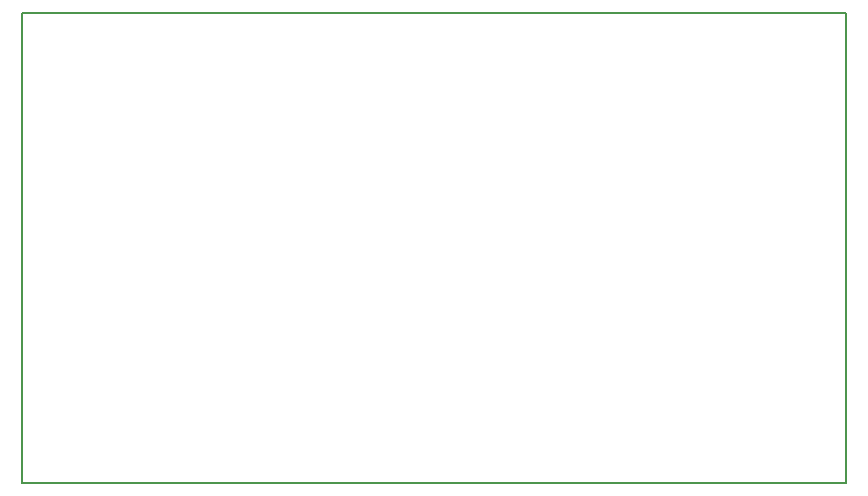
<source format=gbo>
G04 MADE WITH FRITZING*
G04 WWW.FRITZING.ORG*
G04 DOUBLE SIDED*
G04 HOLES PLATED*
G04 CONTOUR ON CENTER OF CONTOUR VECTOR*
%ASAXBY*%
%FSLAX23Y23*%
%MOIN*%
%OFA0B0*%
%SFA1.0B1.0*%
%ADD10R,2.755910X1.574800X2.739910X1.558800*%
%ADD11C,0.008000*%
%LNSILK0*%
G90*
G70*
G54D11*
X4Y1571D02*
X2752Y1571D01*
X2752Y4D01*
X4Y4D01*
X4Y1571D01*
D02*
G04 End of Silk0*
M02*
</source>
